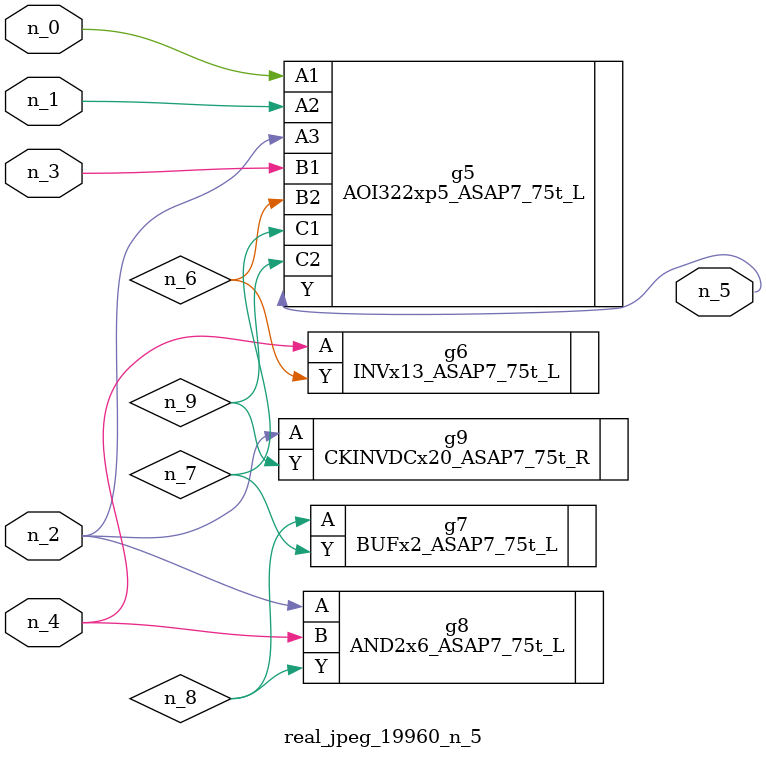
<source format=v>
module real_jpeg_19960_n_5 (n_4, n_0, n_1, n_2, n_3, n_5);

input n_4;
input n_0;
input n_1;
input n_2;
input n_3;

output n_5;

wire n_8;
wire n_6;
wire n_7;
wire n_9;

AOI322xp5_ASAP7_75t_L g5 ( 
.A1(n_0),
.A2(n_1),
.A3(n_2),
.B1(n_3),
.B2(n_6),
.C1(n_7),
.C2(n_9),
.Y(n_5)
);

AND2x6_ASAP7_75t_L g8 ( 
.A(n_2),
.B(n_4),
.Y(n_8)
);

CKINVDCx20_ASAP7_75t_R g9 ( 
.A(n_2),
.Y(n_9)
);

INVx13_ASAP7_75t_L g6 ( 
.A(n_4),
.Y(n_6)
);

BUFx2_ASAP7_75t_L g7 ( 
.A(n_8),
.Y(n_7)
);


endmodule
</source>
